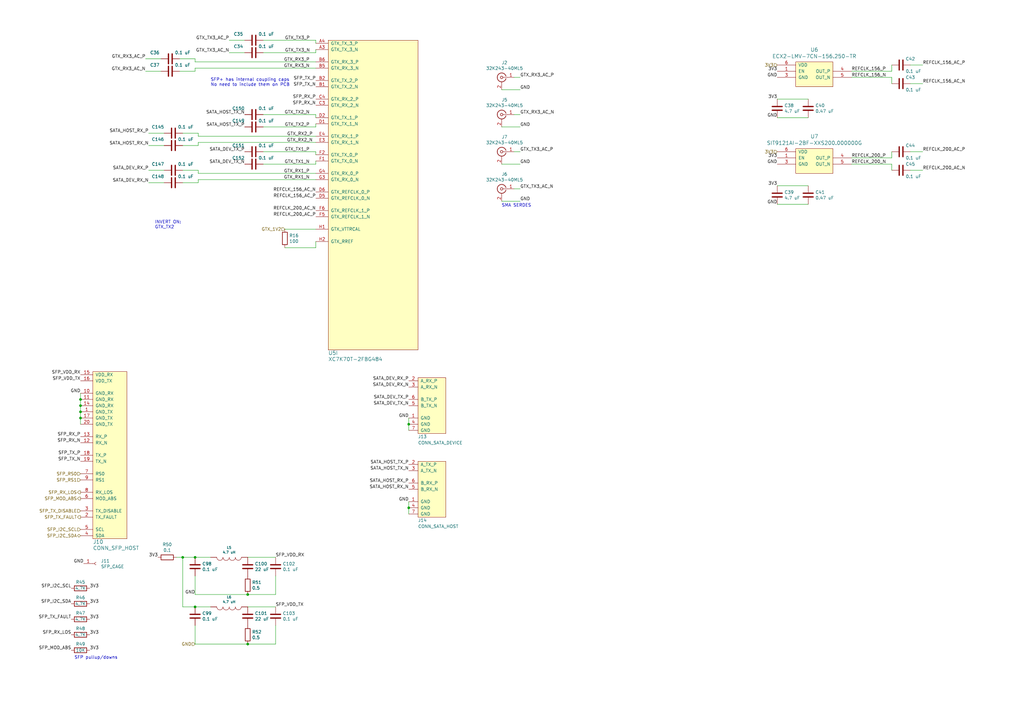
<source format=kicad_sch>
(kicad_sch (version 20211123) (generator eeschema)
  (paper "A3")
  (title_block (title "SATA sniffer") (date "2022-02-15") (rev "0.1") (comment 1 "Andrew D. Zonenberg"))
  (junction (at 80.01 228.6))
  (junction (at 80.01 248.92))
  (junction (at 33.02 171.45))
  (junction (at 33.02 166.37))
  (junction (at 167.64 208.28))
  (junction (at 167.64 173.99))
  (junction (at 74.93 228.6))
  (junction (at 33.02 163.83))
  (junction (at 101.6 264.16))
  (junction (at 33.02 168.91))
  (junction (at 101.6 243.84))
  (wire (pts (xy 167.64 171.45) (xy 167.64 173.99)))
  (wire (pts (xy 60.96 74.93) (xy 67.31 74.93)))
  (wire (pts (xy 80.01 264.16) (xy 80.01 256.54)))
  (wire (pts (xy 129.54 101.6) (xy 129.54 99.06)))
  (wire (pts (xy 365.76 26.67) (xy 365.76 29.21)))
  (wire (pts (xy 72.39 228.6) (xy 74.93 228.6)))
  (wire (pts (xy 66.04 24.13) (xy 59.69 24.13)))
  (wire (pts (xy 101.6 264.16) (xy 113.03 264.16)))
  (wire (pts (xy 80.01 27.94) (xy 80.01 29.21)))
  (wire (pts (xy 373.38 62.23) (xy 378.46 62.23)))
  (wire (pts (xy 80.01 248.92) (xy 86.36 248.92)))
  (wire (pts (xy 213.36 67.31) (xy 205.74 67.31)))
  (wire (pts (xy 167.64 205.74) (xy 167.64 208.28)))
  (wire (pts (xy 33.02 163.83) (xy 33.02 166.37)))
  (wire (pts (xy 33.02 168.91) (xy 33.02 171.45)))
  (wire (pts (xy 378.46 69.85) (xy 373.38 69.85)))
  (wire (pts (xy 74.93 54.61) (xy 81.28 54.61)))
  (wire (pts (xy 116.84 101.6) (xy 129.54 101.6)))
  (wire (pts (xy 349.25 64.77) (xy 365.76 64.77)))
  (wire (pts (xy 318.77 48.26) (xy 331.47 48.26)))
  (wire (pts (xy 107.95 16.51) (xy 129.54 16.51)))
  (wire (pts (xy 213.36 82.55) (xy 205.74 82.55)))
  (wire (pts (xy 167.64 173.99) (xy 167.64 176.53)))
  (wire (pts (xy 210.82 62.23) (xy 213.36 62.23)))
  (wire (pts (xy 80.01 243.84) (xy 101.6 243.84)))
  (wire (pts (xy 81.28 69.85) (xy 81.28 71.12)))
  (wire (pts (xy 33.02 161.29) (xy 33.02 163.83)))
  (wire (pts (xy 378.46 34.29) (xy 373.38 34.29)))
  (wire (pts (xy 81.28 58.42) (xy 81.28 59.69)))
  (wire (pts (xy 74.93 228.6) (xy 74.93 248.92)))
  (wire (pts (xy 107.95 62.23) (xy 129.54 62.23)))
  (wire (pts (xy 81.28 73.66) (xy 129.54 73.66)))
  (wire (pts (xy 80.01 24.13) (xy 80.01 25.4)))
  (wire (pts (xy 129.54 52.07) (xy 129.54 50.8)))
  (wire (pts (xy 74.93 228.6) (xy 80.01 228.6)))
  (wire (pts (xy 349.25 29.21) (xy 365.76 29.21)))
  (wire (pts (xy 59.69 29.21) (xy 66.04 29.21)))
  (wire (pts (xy 129.54 25.4) (xy 80.01 25.4)))
  (wire (pts (xy 331.47 76.2) (xy 318.77 76.2)))
  (wire (pts (xy 113.03 236.22) (xy 113.03 243.84)))
  (wire (pts (xy 80.01 29.21) (xy 73.66 29.21)))
  (wire (pts (xy 101.6 228.6) (xy 113.03 228.6)))
  (wire (pts (xy 129.54 21.59) (xy 129.54 20.32)))
  (wire (pts (xy 93.98 21.59) (xy 100.33 21.59)))
  (wire (pts (xy 107.95 21.59) (xy 129.54 21.59)))
  (wire (pts (xy 81.28 74.93) (xy 81.28 73.66)))
  (wire (pts (xy 129.54 67.31) (xy 129.54 66.04)))
  (wire (pts (xy 81.28 54.61) (xy 81.28 55.88)))
  (wire (pts (xy 210.82 46.99) (xy 213.36 46.99)))
  (wire (pts (xy 107.95 67.31) (xy 129.54 67.31)))
  (wire (pts (xy 74.93 248.92) (xy 80.01 248.92)))
  (wire (pts (xy 113.03 256.54) (xy 113.03 264.16)))
  (wire (pts (xy 318.77 83.82) (xy 331.47 83.82)))
  (wire (pts (xy 213.36 52.07) (xy 205.74 52.07)))
  (wire (pts (xy 349.25 31.75) (xy 365.76 31.75)))
  (wire (pts (xy 67.31 54.61) (xy 60.96 54.61)))
  (wire (pts (xy 74.93 69.85) (xy 81.28 69.85)))
  (wire (pts (xy 331.47 40.64) (xy 318.77 40.64)))
  (wire (pts (xy 101.6 248.92) (xy 113.03 248.92)))
  (wire (pts (xy 101.6 243.84) (xy 113.03 243.84)))
  (wire (pts (xy 129.54 58.42) (xy 81.28 58.42)))
  (wire (pts (xy 365.76 67.31) (xy 365.76 69.85)))
  (wire (pts (xy 129.54 27.94) (xy 80.01 27.94)))
  (wire (pts (xy 80.01 243.84) (xy 80.01 236.22)))
  (wire (pts (xy 349.25 67.31) (xy 365.76 67.31)))
  (wire (pts (xy 67.31 69.85) (xy 60.96 69.85)))
  (wire (pts (xy 81.28 55.88) (xy 129.54 55.88)))
  (wire (pts (xy 60.96 59.69) (xy 67.31 59.69)))
  (wire (pts (xy 80.01 228.6) (xy 86.36 228.6)))
  (wire (pts (xy 100.33 16.51) (xy 93.98 16.51)))
  (wire (pts (xy 129.54 62.23) (xy 129.54 63.5)))
  (wire (pts (xy 373.38 26.67) (xy 378.46 26.67)))
  (wire (pts (xy 107.95 52.07) (xy 129.54 52.07)))
  (wire (pts (xy 73.66 24.13) (xy 80.01 24.13)))
  (wire (pts (xy 365.76 62.23) (xy 365.76 64.77)))
  (wire (pts (xy 80.01 264.16) (xy 101.6 264.16)))
  (wire (pts (xy 107.95 46.99) (xy 129.54 46.99)))
  (wire (pts (xy 167.64 208.28) (xy 167.64 210.82)))
  (wire (pts (xy 33.02 171.45) (xy 33.02 173.99)))
  (wire (pts (xy 129.54 93.98) (xy 116.84 93.98)))
  (wire (pts (xy 129.54 48.26) (xy 129.54 46.99)))
  (wire (pts (xy 213.36 36.83) (xy 205.74 36.83)))
  (wire (pts (xy 81.28 74.93) (xy 74.93 74.93)))
  (wire (pts (xy 210.82 31.75) (xy 213.36 31.75)))
  (wire (pts (xy 210.82 77.47) (xy 213.36 77.47)))
  (wire (pts (xy 129.54 16.51) (xy 129.54 17.78)))
  (wire (pts (xy 365.76 31.75) (xy 365.76 34.29)))
  (wire (pts (xy 33.02 166.37) (xy 33.02 168.91)))
  (wire (pts (xy 81.28 71.12) (xy 129.54 71.12)))
  (wire (pts (xy 81.28 59.69) (xy 74.93 59.69)))
  (text "SMA SERDES" (at 205.74 85.09 0) (effects (font (size 1.27 1.27)) (justify left bottom)))
  (text "SFP+ has internal coupling caps\nNo need to include them on PCB" (at 86.36 35.56 0) (effects (font (size 1.27 1.27)) (justify left bottom)))
  (text "INVERT ON:\nGTX_TX2" (at 63.5 93.98 0) (effects (font (size 1.27 1.27)) (justify left bottom)))
  (text "SFP pullup/downs" (at 30.48 270.51 0) (effects (font (size 1.27 1.27)) (justify left bottom)))
  (label "GND" (at 318.77 67.31 180))
  (label "3V3" (at 36.83 266.7 0))
  (label "REFCLK_156_AC_N" (at 129.54 78.74 180))
  (label "REFCLK_200_AC_N" (at 378.46 69.85 0))
  (label "GND" (at 34.29 231.14 180))
  (label "SFP_TX_N" (at 129.54 35.56 180))
  (label "3V3" (at 318.77 29.21 180))
  (label "GTX_TX3_AC_N" (at 93.98 21.59 180))
  (label "SATA_HOST_RX_P" (at 60.96 54.61 180))
  (label "GND" (at 167.64 205.74 180))
  (label "REFCLK_200_P" (at 349.25 64.77 0))
  (label "GTX_TX3_AC_N" (at 213.36 77.47 0))
  (label "3V3" (at 36.83 241.3 0))
  (label "GTX_TX3_AC_P" (at 93.98 16.51 180))
  (label "GND" (at 33.02 161.29 180))
  (label "GND" (at 318.77 48.26 180))
  (label "REFCLK_156_N" (at 349.25 31.75 0))
  (label "3V3" (at 36.83 247.65 0))
  (label "3V3" (at 36.83 254 0))
  (label "REFCLK_200_AC_P" (at 129.54 88.9 180))
  (label "GTX_TX1_P" (at 127 62.23 180))
  (label "REFCLK_156_AC_P" (at 378.46 26.67 0))
  (label "SFP_RX_N" (at 33.02 181.61 180))
  (label "REFCLK_156_AC_P" (at 129.54 81.28 180))
  (label "GND" (at 318.77 83.82 180))
  (label "REFCLK_156_P" (at 349.25 29.21 0))
  (label "GTX_TX1_N" (at 127 67.31 180))
  (label "GND" (at 213.36 36.83 0))
  (label "GTX_RX3_AC_P" (at 59.69 24.13 180))
  (label "REFCLK_200_N" (at 349.25 67.31 0))
  (label "3V3" (at 318.77 76.2 180))
  (label "SFP_VDD_TX" (at 33.02 156.21 180))
  (label "3V3" (at 318.77 40.64 180))
  (label "SFP_RX_N" (at 129.54 43.18 180))
  (label "SATA_DEV_RX_N" (at 167.64 158.75 180))
  (label "GTX_TX2_P" (at 127 52.07 180))
  (label "SFP_RX_P" (at 129.54 40.64 180))
  (label "SATA_DEV_TX_N" (at 100.33 67.31 180))
  (label "SFP_I2C_SCL" (at 29.21 241.3 180))
  (label "GTX_RX3_AC_P" (at 213.36 31.75 0))
  (label "GTX_TX3_N" (at 116.84 21.59 0))
  (label "SFP_RX_LOS" (at 29.21 260.35 180))
  (label "GND" (at 213.36 82.55 0))
  (label "SFP_TX_P" (at 129.54 33.02 180))
  (label "SFP_I2C_SDA" (at 29.21 247.65 180))
  (label "GTX_RX1_N" (at 127 73.66 180))
  (label "GTX_RX3_N" (at 127 27.94 180))
  (label "SFP_TX_N" (at 33.02 189.23 180))
  (label "GND" (at 213.36 52.07 0))
  (label "GND" (at 80.01 243.84 180))
  (label "SFP_MOD_ABS" (at 29.21 266.7 180))
  (label "SATA_HOST_RX_P" (at 167.64 198.12 180))
  (label "GND" (at 318.77 31.75 180))
  (label "GTX_RX3_AC_N" (at 213.36 46.99 0))
  (label "SATA_HOST_RX_N" (at 167.64 200.66 180))
  (label "GTX_RX2_P" (at 128.27 55.88 180))
  (label "GND" (at 213.36 67.31 0))
  (label "SATA_HOST_TX_P" (at 100.33 52.07 180))
  (label "GTX_RX3_P" (at 127 25.4 180))
  (label "SATA_DEV_RX_P" (at 60.96 69.85 180))
  (label "GND" (at 167.64 171.45 180))
  (label "SATA_DEV_RX_P" (at 167.64 156.21 180))
  (label "SFP_TX_FAULT" (at 29.21 254 180))
  (label "GTX_TX3_P" (at 116.84 16.51 0))
  (label "SFP_VDD_RX" (at 33.02 153.67 180))
  (label "GTX_TX3_AC_P" (at 213.36 62.23 0))
  (label "SFP_TX_P" (at 33.02 186.69 180))
  (label "GTX_TX2_N" (at 127 46.99 180))
  (label "SATA_DEV_RX_N" (at 60.96 74.93 180))
  (label "SATA_HOST_TX_N" (at 167.64 193.04 180))
  (label "SATA_DEV_TX_P" (at 100.33 62.23 180))
  (label "SATA_DEV_TX_P" (at 167.64 163.83 180))
  (label "3V3" (at 318.77 64.77 180))
  (label "SATA_HOST_TX_P" (at 167.64 190.5 180))
  (label "REFCLK_200_AC_P" (at 378.46 62.23 0))
  (label "GTX_RX3_AC_N" (at 59.69 29.21 180))
  (label "SFP_VDD_TX" (at 113.03 248.92 0))
  (label "SATA_HOST_TX_N" (at 100.33 46.99 180))
  (label "SFP_VDD_RX" (at 113.03 228.6 0))
  (label "GTX_RX1_P" (at 127 71.12 180))
  (label "GTX_RX2_N" (at 128.27 58.42 180))
  (label "SATA_DEV_TX_N" (at 167.64 166.37 180))
  (label "3V3" (at 64.77 228.6 180))
  (label "SATA_HOST_RX_N" (at 60.96 59.69 180))
  (label "SFP_RX_P" (at 33.02 179.07 180))
  (label "REFCLK_200_AC_N" (at 129.54 86.36 180))
  (label "3V3" (at 36.83 260.35 0))
  (label "REFCLK_156_AC_N" (at 378.46 34.29 0))
  (hierarchical_label "SFP_I2C_SCL" (shape input) (at 33.02 217.17 180))
  (hierarchical_label "GTX_1V2" (shape input) (at 116.84 93.98 180))
  (hierarchical_label "SFP_MOD_ABS" (shape output) (at 33.02 204.47 180))
  (hierarchical_label "SFP_TX_DISABLE" (shape input) (at 33.02 209.55 180))
  (hierarchical_label "SFP_TX_FAULT" (shape output) (at 33.02 212.09 180))
  (hierarchical_label "SFP_I2C_SDA" (shape bidirectional) (at 33.02 219.71 180))
  (hierarchical_label "3V3" (shape input) (at 318.77 62.23 180))
  (hierarchical_label "SFP_RX_LOS" (shape output) (at 33.02 201.93 180))
  (hierarchical_label "3V3" (shape input) (at 318.77 26.67 180))
  (hierarchical_label "GND" (shape input) (at 80.01 264.16 180))
  (hierarchical_label "SFP_RS1" (shape input) (at 33.02 196.85 180))
  (hierarchical_label "SFP_RS0" (shape input) (at 33.02 194.31 180))
  (symbol (lib_id "xilinx-azonenberg:XC7KxT-FBG484") (at 134.62 142.24 0) (unit 9)
    (property "Reference" "U5" (at 134.62 144.78 0) (effects (font (size 1.524 1.524)) (justify left)))
    (property "Value" "XC7K70T-2FBG484" (at 134.62 147.32 0) (effects (font (size 1.524 1.524)) (justify left)))
    (property "Footprint" "azonenberg_pcb:BGA_484_22x22_FULLARRAY_1MM" (effects hide))
  )
  (symbol (lib_id "Connector:Conn_Coaxial") (at 205.74 46.99 0) (mirror y) (unit 1)
    (property "Reference" "J5" (at 206.9338 40.9448 0))
    (property "Value" "32K243-40ML5" (at 206.9338 43.2562 0))
    (property "Footprint" "azonenberg_pcb:CONN_SMA_EDGE_ROSENBERGER_32K243_40ML5" (effects hide))
  )
  (symbol (lib_id "Connector:Conn_Coaxial") (at 205.74 77.47 0) (mirror y) (unit 1)
    (property "Reference" "J6" (at 206.9338 71.4248 0))
    (property "Value" "32K243-40ML5" (at 206.9338 73.7362 0))
    (property "Footprint" "azonenberg_pcb:CONN_SMA_EDGE_ROSENBERGER_32K243_40ML5" (effects hide))
  )
  (symbol (lib_id "Connector:Conn_Coaxial") (at 205.74 62.23 0) (mirror y) (unit 1)
    (property "Reference" "J7" (at 206.9338 56.1848 0))
    (property "Value" "32K243-40ML5" (at 206.9338 58.4962 0))
    (property "Footprint" "azonenberg_pcb:CONN_SMA_EDGE_ROSENBERGER_32K243_40ML5" (effects hide))
  )
  (symbol (lib_id "special-azonenberg:CONN_SFP_HOST") (at 38.1 220.98 0) (unit 1)
    (property "Reference" "J10" (at 38.1 222.25 0) (effects (font (size 1.524 1.524)) (justify left)))
    (property "Value" "CONN_SFP_HOST" (at 38.1 224.79 0) (effects (font (size 1.524 1.524)) (justify left)))
    (property "Footprint" "azonenberg_pcb:CONN_SFP+_AMPHENOL_UE76_A10_2000T" (effects hide))
  )
  (symbol (lib_id "Device:R") (at 33.02 266.7 270) (unit 1)
    (property "Reference" "R49" (at 33.02 264.16 90))
    (property "Value" "10K" (at 33.02 266.7 90))
    (property "Footprint" "azonenberg_pcb:EIA_0402_RES_NOSILK" (effects hide))
  )
  (symbol (lib_id "Device:R") (at 33.02 260.35 270) (unit 1)
    (property "Reference" "R48" (at 33.02 257.81 90))
    (property "Value" "4.7K" (at 33.02 260.35 90))
    (property "Footprint" "azonenberg_pcb:EIA_0402_RES_NOSILK" (effects hide))
  )
  (symbol (lib_id "Device:R") (at 33.02 254 270) (unit 1)
    (property "Reference" "R47" (at 33.02 251.46 90))
    (property "Value" "4.7K" (at 33.02 254 90))
    (property "Footprint" "azonenberg_pcb:EIA_0402_RES_NOSILK" (effects hide))
  )
  (symbol (lib_id "Device:R") (at 33.02 247.65 270) (unit 1)
    (property "Reference" "R46" (at 33.02 245.11 90))
    (property "Value" "4.7K" (at 33.02 247.65 90))
    (property "Footprint" "azonenberg_pcb:EIA_0402_RES_NOSILK" (effects hide))
  )
  (symbol (lib_id "Device:R") (at 33.02 241.3 270) (unit 1)
    (property "Reference" "R45" (at 33.02 238.76 90))
    (property "Value" "4.7K" (at 33.02 241.3 90))
    (property "Footprint" "azonenberg_pcb:EIA_0402_RES_NOSILK" (effects hide))
  )
  (symbol (lib_id "Connector:Conn_01x01_Female") (at 39.37 231.14 0) (unit 1)
    (property "Reference" "J11" (at 41.402 230.0732 0) (effects (justify left)))
    (property "Value" "SFP_CAGE" (at 41.402 232.3846 0) (effects (justify left)))
    (property "Footprint" "azonenberg_pcb:CONN_SFP_CAGE_TE_2007194-1" (effects hide))
  )
  (symbol (lib_id "Device:R") (at 68.58 228.6 270) (unit 1)
    (property "Reference" "R50" (at 68.58 223.3422 90))
    (property "Value" "0.1" (at 68.58 225.6536 90))
    (property "Footprint" "azonenberg_pcb:EIA_0402_RES_NOSILK" (effects hide))
  )
  (symbol (lib_id "Device:C") (at 80.01 232.41 0) (unit 1)
    (property "Reference" "C98" (at 82.931 231.2416 0) (effects (justify left)))
    (property "Value" "0.1 uF" (at 82.931 233.553 0) (effects (justify left)))
    (property "Footprint" "azonenberg_pcb:EIA_0402_CAP_NOSILK" (effects hide))
  )
  (symbol (lib_id "passive-azonenberg:INDUCTOR_PWROUT") (at 93.98 228.6 270) (unit 1)
    (property "Reference" "L5" (at 93.98 224.5868 90) (effects (font (size 1.016 1.016))))
    (property "Value" "4.7 uH" (at 93.98 226.5172 90) (effects (font (size 1.016 1.016))))
    (property "Footprint" "azonenberg_pcb:EIA_0805_INDUCTOR_NOSILK" (effects hide))
  )
  (symbol (lib_id "Device:C") (at 101.6 232.41 0) (unit 1)
    (property "Reference" "C100" (at 104.521 231.2416 0) (effects (justify left)))
    (property "Value" "22 uF" (at 104.521 233.553 0) (effects (justify left)))
    (property "Footprint" "azonenberg_pcb:EIA_1206_CAP_NOSILK" (effects hide))
  )
  (symbol (lib_id "Device:R") (at 101.6 240.03 180) (unit 1)
    (property "Reference" "R51" (at 103.378 238.8616 0) (effects (justify right)))
    (property "Value" "0.5" (at 103.378 241.173 0) (effects (justify right)))
    (property "Footprint" "azonenberg_pcb:EIA_0402_RES_NOSILK" (effects hide))
  )
  (symbol (lib_id "Device:C") (at 113.03 232.41 0) (unit 1)
    (property "Reference" "C102" (at 115.951 231.2416 0) (effects (justify left)))
    (property "Value" "0.1 uF" (at 115.951 233.553 0) (effects (justify left)))
    (property "Footprint" "azonenberg_pcb:EIA_0402_CAP_NOSILK" (effects hide))
  )
  (symbol (lib_id "Device:C") (at 80.01 252.73 0) (unit 1)
    (property "Reference" "C99" (at 82.931 251.5616 0) (effects (justify left)))
    (property "Value" "0.1 uF" (at 82.931 253.873 0) (effects (justify left)))
    (property "Footprint" "azonenberg_pcb:EIA_0402_CAP_NOSILK" (effects hide))
  )
  (symbol (lib_id "passive-azonenberg:INDUCTOR_PWROUT") (at 93.98 248.92 270) (unit 1)
    (property "Reference" "L6" (at 93.98 244.9068 90) (effects (font (size 1.016 1.016))))
    (property "Value" "4.7 uH" (at 93.98 246.8372 90) (effects (font (size 1.016 1.016))))
    (property "Footprint" "azonenberg_pcb:EIA_0805_INDUCTOR_NOSILK" (effects hide))
  )
  (symbol (lib_id "Device:C") (at 101.6 252.73 0) (unit 1)
    (property "Reference" "C101" (at 104.521 251.5616 0) (effects (justify left)))
    (property "Value" "22 uF" (at 104.521 253.873 0) (effects (justify left)))
    (property "Footprint" "azonenberg_pcb:EIA_1206_CAP_NOSILK" (effects hide))
  )
  (symbol (lib_id "Device:R") (at 101.6 260.35 180) (unit 1)
    (property "Reference" "R52" (at 103.378 259.1816 0) (effects (justify right)))
    (property "Value" "0.5" (at 103.378 261.493 0) (effects (justify right)))
    (property "Footprint" "azonenberg_pcb:EIA_0402_RES_NOSILK" (effects hide))
  )
  (symbol (lib_id "Device:C") (at 113.03 252.73 0) (unit 1)
    (property "Reference" "C103" (at 115.951 251.5616 0) (effects (justify left)))
    (property "Value" "0.1 uF" (at 115.951 253.873 0) (effects (justify left)))
    (property "Footprint" "azonenberg_pcb:EIA_0402_CAP_NOSILK" (effects hide))
  )
  (symbol (lib_id "osc-azonenberg:OSC_LVDS_NOPAD") (at 326.39 35.56 0) (unit 1)
    (property "Reference" "U6" (at 334.01 20.3962 0) (effects (font (size 1.524 1.524))))
    (property "Value" "ECX2-LMV-7CN-156.250-TR" (at 334.01 23.0886 0) (effects (font (size 1.524 1.524))))
    (property "Footprint" "azonenberg_pcb:OSCILLATOR_LVDS_7.0x5.0" (effects hide))
  )
  (symbol (lib_id "Device:C") (at 318.77 44.45 0) (unit 1)
    (property "Reference" "C38" (at 321.691 43.2816 0) (effects (justify left)))
    (property "Value" "4.7 uF" (at 321.691 45.593 0) (effects (justify left)))
    (property "Footprint" "azonenberg_pcb:EIA_0603_CAP_NOSILK" (effects hide))
  )
  (symbol (lib_id "Device:C") (at 331.47 44.45 0) (unit 1)
    (property "Reference" "C40" (at 334.391 43.2816 0) (effects (justify left)))
    (property "Value" "0.47 uF" (at 334.391 45.593 0) (effects (justify left)))
    (property "Footprint" "azonenberg_pcb:EIA_0402_CAP_NOSILK" (effects hide))
  )
  (symbol (lib_id "Device:C") (at 369.57 34.29 270) (unit 1)
    (property "Reference" "C43" (at 373.38 31.75 90))
    (property "Value" "0.1 uF" (at 374.65 36.83 90))
    (property "Footprint" "azonenberg_pcb:EIA_0402_CAP_NOSILK" (effects hide))
  )
  (symbol (lib_id "Device:C") (at 369.57 26.67 270) (unit 1)
    (property "Reference" "C42" (at 373.38 24.13 90))
    (property "Value" "0.1 uF" (at 374.65 29.21 90))
    (property "Footprint" "azonenberg_pcb:EIA_0402_CAP_NOSILK" (effects hide))
  )
  (symbol (lib_id "osc-azonenberg:OSC_LVDS_NOPAD") (at 326.39 71.12 0) (unit 1)
    (property "Reference" "U7" (at 334.01 55.9562 0) (effects (font (size 1.524 1.524))))
    (property "Value" "SIT9121AI-2BF-XXS200.000000G" (at 334.01 58.6486 0) (effects (font (size 1.524 1.524))))
    (property "Footprint" "azonenberg_pcb:OSCILLATOR_LVDS_3.2x2.5" (effects hide))
  )
  (symbol (lib_id "Device:C") (at 318.77 80.01 0) (unit 1)
    (property "Reference" "C39" (at 321.691 78.8416 0) (effects (justify left)))
    (property "Value" "4.7 uF" (at 321.691 81.153 0) (effects (justify left)))
    (property "Footprint" "azonenberg_pcb:EIA_0603_CAP_NOSILK" (effects hide))
  )
  (symbol (lib_id "Device:C") (at 331.47 80.01 0) (unit 1)
    (property "Reference" "C41" (at 334.391 78.8416 0) (effects (justify left)))
    (property "Value" "0.47 uF" (at 334.391 81.153 0) (effects (justify left)))
    (property "Footprint" "azonenberg_pcb:EIA_0402_CAP_NOSILK" (effects hide))
  )
  (symbol (lib_id "Device:C") (at 369.57 69.85 270) (unit 1)
    (property "Reference" "C45" (at 373.38 67.31 90))
    (property "Value" "0.1 uF" (at 374.65 72.39 90))
    (property "Footprint" "azonenberg_pcb:EIA_0402_CAP_NOSILK" (effects hide))
  )
  (symbol (lib_id "Device:C") (at 369.57 62.23 270) (unit 1)
    (property "Reference" "C44" (at 373.38 59.69 90))
    (property "Value" "0.1 uF" (at 374.65 64.77 90))
    (property "Footprint" "azonenberg_pcb:EIA_0402_CAP_NOSILK" (effects hide))
  )
  (symbol (lib_id "Device:R") (at 116.84 97.79 0) (unit 1)
    (property "Reference" "R16" (at 118.618 96.6216 0) (effects (justify left)))
    (property "Value" "100" (at 118.618 98.933 0) (effects (justify left)))
    (property "Footprint" "azonenberg_pcb:EIA_0402_RES_NOSILK" (effects hide))
  )
  (symbol (lib_id "Connector:Conn_Coaxial") (at 205.74 31.75 0) (mirror y) (unit 1)
    (property "Reference" "J2" (at 206.9338 25.7048 0))
    (property "Value" "32K243-40ML5" (at 206.9338 28.0162 0))
    (property "Footprint" "azonenberg_pcb:CONN_SMA_EDGE_ROSENBERGER_32K243_40ML5" (effects hide))
  )
  (symbol (lib_id "Device:C") (at 69.85 24.13 270) (unit 1)
    (property "Reference" "C36" (at 63.5 21.59 90))
    (property "Value" "0.1 uF" (at 74.93 21.59 90))
    (property "Footprint" "azonenberg_pcb:EIA_0402_CAP_NOSILK" (effects hide))
  )
  (symbol (lib_id "Device:C") (at 69.85 29.21 270) (unit 1)
    (property "Reference" "C37" (at 63.5 26.67 90))
    (property "Value" "0.1 uF" (at 74.93 26.67 90))
    (property "Footprint" "azonenberg_pcb:EIA_0402_CAP_NOSILK" (effects hide))
  )
  (symbol (lib_id "Device:C") (at 104.14 21.59 270) (unit 1)
    (property "Reference" "C34" (at 97.79 19.05 90))
    (property "Value" "0.1 uF" (at 109.22 19.05 90))
    (property "Footprint" "azonenberg_pcb:EIA_0402_CAP_NOSILK" (effects hide))
  )
  (symbol (lib_id "Device:C") (at 104.14 16.51 270) (unit 1)
    (property "Reference" "C35" (at 97.79 13.97 90))
    (property "Value" "0.1 uF" (at 109.22 13.97 90))
    (property "Footprint" "azonenberg_pcb:EIA_0402_CAP_NOSILK" (effects hide))
  )
  (symbol (lib_id "special-azonenberg:CONN_SATA_DEVICE") (at 171.45 177.8 0) (unit 1)
    (property "Reference" "J13" (at 171.45 179.07 0) (effects (justify left)))
    (property "Value" "CONN_SATA_DEVICE" (at 171.45 181.61 0) (effects (justify left)))
    (property "Footprint" "azonenberg_pcb:CONN_SATA_MOLEX_0674901220" (effects hide))
  )
  (symbol (lib_id "special-azonenberg:CONN_SATA_HOST") (at 171.45 212.09 0) (unit 1)
    (property "Reference" "J14" (at 171.45 213.36 0) (effects (justify left)))
    (property "Value" "CONN_SATA_HOST" (at 171.45 215.9 0) (effects (justify left)))
    (property "Footprint" "azonenberg_pcb:CONN_SATA_MOLEX_0674901220" (effects hide))
  )
  (symbol (lib_id "Device:C") (at 104.14 52.07 270) (unit 1)
    (property "Reference" "C149" (at 97.79 49.53 90))
    (property "Value" "0.1 uF" (at 109.22 49.53 90))
    (property "Footprint" "azonenberg_pcb:EIA_0402_CAP_NOSILK" (effects hide))
  )
  (symbol (lib_id "Device:C") (at 104.14 46.99 270) (unit 1)
    (property "Reference" "C150" (at 97.79 44.45 90))
    (property "Value" "0.1 uF" (at 109.22 44.45 90))
    (property "Footprint" "azonenberg_pcb:EIA_0402_CAP_NOSILK" (effects hide))
  )
  (symbol (lib_id "Device:C") (at 71.12 54.61 270) (unit 1)
    (property "Reference" "C145" (at 64.77 52.07 90))
    (property "Value" "0.1 uF" (at 76.2 52.07 90))
    (property "Footprint" "azonenberg_pcb:EIA_0402_CAP_NOSILK" (effects hide))
  )
  (symbol (lib_id "Device:C") (at 71.12 59.69 270) (unit 1)
    (property "Reference" "C146" (at 64.77 57.15 90))
    (property "Value" "0.1 uF" (at 76.2 57.15 90))
    (property "Footprint" "azonenberg_pcb:EIA_0402_CAP_NOSILK" (effects hide))
  )
  (symbol (lib_id "Device:C") (at 104.14 62.23 270) (unit 1)
    (property "Reference" "C151" (at 97.79 59.69 90))
    (property "Value" "0.1 uF" (at 109.22 59.69 90))
    (property "Footprint" "azonenberg_pcb:EIA_0402_CAP_NOSILK" (effects hide))
  )
  (symbol (lib_id "Device:C") (at 104.14 67.31 270) (unit 1)
    (property "Reference" "C152" (at 97.79 64.77 90))
    (property "Value" "0.1 uF" (at 109.22 64.77 90))
    (property "Footprint" "azonenberg_pcb:EIA_0402_CAP_NOSILK" (effects hide))
  )
  (symbol (lib_id "Device:C") (at 71.12 69.85 270) (unit 1)
    (property "Reference" "C147" (at 64.77 67.31 90))
    (property "Value" "0.1 uF" (at 76.2 67.31 90))
    (property "Footprint" "azonenberg_pcb:EIA_0402_CAP_NOSILK" (effects hide))
  )
  (symbol (lib_id "Device:C") (at 71.12 74.93 270) (unit 1)
    (property "Reference" "C148" (at 64.77 72.39 90))
    (property "Value" "0.1 uF" (at 76.2 72.39 90))
    (property "Footprint" "azonenberg_pcb:EIA_0402_CAP_NOSILK" (effects hide))
  )
)
</source>
